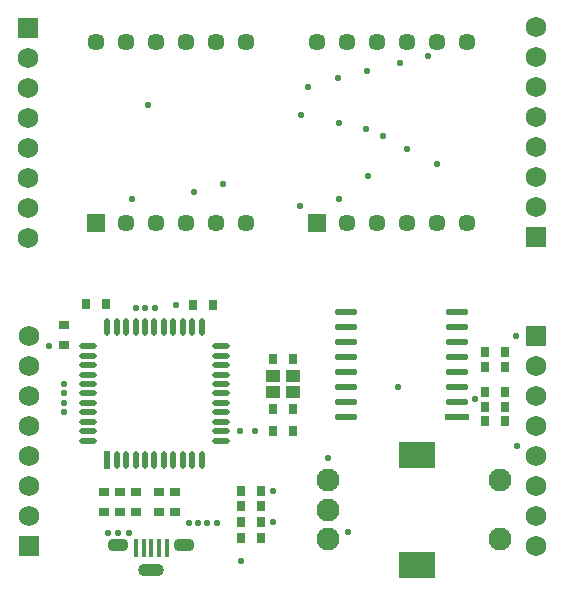
<source format=gts>
%FSLAX33Y33*%
%MOMM*%
%AMRR-H1100000-W1800000-R550000-RO0.000*
21,1,0.7,1.1,0.,0.,360*
1,1,1.1,-0.35,0.*
1,1,1.1,0.35,0.*
1,1,1.1,0.35,-0.*
1,1,1.1,-0.35,0.*%
%AMRR-H1100000-W2200000-R550000-RO0.000*
21,1,1.1,1.1,0.,0.,360*
1,1,1.1,-0.55,0.*
1,1,1.1,0.55,0.*
1,1,1.1,0.55,-0.*
1,1,1.1,-0.55,0.*%
%AMRect-W670710-H870710-RO0.500*
21,1,0.67071,0.87071,0.,0.,270*%
%AMRect-W670710-H870710-RO1.500*
21,1,0.67071,0.87071,0.,0.,90*%
%AMRect-W670710-H870710-RO1.000*
21,1,0.67071,0.87071,0.,0.,180*%
%AMRect-W1980000-H530000-RO1.000*
21,1,1.98,0.53,0.,0.,180*%
%AMRR-H530000-W1980000-R265000-RO1.000*
21,1,1.45,0.53,0.,0.,180*
1,1,0.53,0.725,-0.*
1,1,0.53,-0.725,-0.*
1,1,0.53,-0.725,0.*
1,1,0.53,0.725,0.*%
%AMRect-W1488281-H525831-RO1.500*
21,1,1.488281,0.525831,0.,0.,90*%
%AMRR-H525831-W1488281-R262915-RO1.500*
21,1,0.962451,0.525831,0.,0.,90*
21,1,1.488281,0.000001,0.,0.,90*
1,1,0.52583,-0.0000005,-0.4812255*
1,1,0.52583,-0.0000005,0.4812255*
1,1,0.52583,0.0000005,0.4812255*
1,1,0.52583,0.0000005,-0.4812255*%
%AMRR-H1488281-W525831-R262915-RO1.500*
21,1,0.000001,1.488281,0.,0.,90*
21,1,0.525831,0.962451,0.,0.,90*
1,1,0.52583,-0.4812255,-0.0000005*
1,1,0.52583,-0.4812255,0.0000005*
1,1,0.52583,0.4812255,0.0000005*
1,1,0.52583,0.4812255,-0.0000005*%
%AMRect-W2200000-H3000000-RO0.500*
21,1,2.2,3.,0.,0.,270*%
%AMRect-W1750000-H1750000-RO1.000*
21,1,1.75,1.75,0.,0.,180*%
%AMRect-W1450000-H1450000-RO1.500*
21,1,1.45,1.45,0.,0.,90*%
%ADD10C,0.5588*%
%ADD11R,0.67071X0.87071*%
%ADD12R,0.45X1.5*%
%ADD13RR-H1100000-W1800000-R550000-RO0.000*%
%ADD14RR-H1100000-W2200000-R550000-RO0.000*%
%ADD15Rect-W670710-H870710-RO0.500*%
%ADD16Rect-W670710-H870710-RO1.500*%
%ADD17R,1.75X1.75*%
%ADD18C,1.75*%
%ADD19Rect-W670710-H870710-RO1.000*%
%ADD20Rect-W1980000-H530000-RO1.000*%
%ADD21RR-H530000-W1980000-R265000-RO1.000*%
%ADD22Rect-W1488281-H525831-RO1.500*%
%ADD23RR-H525831-W1488281-R262915-RO1.500*%
%ADD24RR-H1488281-W525831-R262915-RO1.500*%
%ADD25C,1.949999*%
%ADD26Rect-W2200000-H3000000-RO0.500*%
%ADD27C,1.75*%
%ADD28Rect-W1750000-H1750000-RO1.000*%
%ADD29R,1.2X1.*%
%ADD30C,1.45*%
%ADD31Rect-W1450000-H1450000-RO1.500*%
D10*
%LNtop solder mask_traces*%
G01*
X6520Y14940D03*
X32250Y34950D03*
X37325Y45105D03*
X11095Y4725D03*
X26565Y40075D03*
X17475Y33590D03*
X22668Y13355D03*
X27165Y42455D03*
X21450Y2350D03*
X13360Y23750D03*
X44750Y21390D03*
X34975Y44505D03*
X34800Y17085D03*
X44844Y12078D03*
X21440Y13355D03*
X5237Y20540D03*
X18650Y5581D03*
X35535Y37250D03*
X38075Y35975D03*
X6520Y17340D03*
X32075Y38950D03*
X19427Y5581D03*
X12300Y33000D03*
X17822Y5600D03*
X6520Y16540D03*
X13650Y41000D03*
X30575Y4800D03*
X29800Y39450D03*
X12560Y23750D03*
X28885Y11100D03*
X33550Y38350D03*
X16023Y24050D03*
X14192Y23750D03*
X20000Y34240D03*
X29810Y33025D03*
X32165Y43850D03*
X41300Y16100D03*
X29695Y43205D03*
X11995Y4725D03*
X24191Y5644D03*
X24191Y8300D03*
X10195Y4725D03*
X6520Y15740D03*
X17045Y5581D03*
X26505Y32380D03*
%LNtop solder mask component b91ffdef01e00872*%
D11*
X42175Y14169D03*
X43875Y14169D03*
%LNtop solder mask component 9fdb64bbcfd9a77c*%
D12*
X12595Y3475D03*
X13245Y3475D03*
X15195Y3475D03*
X13895Y3475D03*
X14545Y3475D03*
D13*
X11095Y3725D03*
D14*
X13895Y1575D03*
D13*
X16695Y3725D03*
%LNtop solder mask component 84cf0bd8b20b0987*%
D15*
X6520Y22312D03*
X6520Y20612D03*
%LNtop solder mask component ec25ffb4a5f22221*%
D11*
X21450Y4300D03*
X23150Y4300D03*
%LNtop solder mask component ddd6a926bc8c1dc3*%
D16*
X12585Y6500D03*
X12585Y8200D03*
%LNtop solder mask component bca8d065b4743895*%
D17*
X3500Y3610D03*
D18*
X3500Y6150D03*
X3500Y8690D03*
X3500Y11230D03*
X3500Y13770D03*
X3500Y16310D03*
X3500Y18850D03*
X3500Y21390D03*
%LNtop solder mask component fce28939f63c5dc8*%
D19*
X10088Y24075D03*
X8388Y24075D03*
%LNtop solder mask component 8c92817f578251b9*%
D16*
X14580Y6500D03*
X14580Y8200D03*
%LNtop solder mask component d2a4fe636fd95985*%
D11*
X21450Y5644D03*
X23150Y5644D03*
%LNtop solder mask component abbcac8aa2df2ad2*%
D17*
X46460Y29770D03*
D18*
X46460Y32310D03*
X46460Y34850D03*
X46460Y37390D03*
X46460Y39930D03*
X46460Y42470D03*
X46460Y45010D03*
X46460Y47550D03*
%LNtop solder mask component 51ec350bf9d700a2*%
D11*
X24170Y15233D03*
X25870Y15233D03*
%LNtop solder mask component 1511dc9a44b694e0*%
X21450Y6976D03*
X23150Y6976D03*
%LNtop solder mask component 12e2b8e352b79090*%
D19*
X25870Y19435D03*
X24170Y19435D03*
%LNtop solder mask component 3ba8622ba2662513*%
D11*
X42175Y18754D03*
X43875Y18754D03*
%LNtop solder mask component e813251b1ef1d0c8*%
D20*
X39745Y14545D03*
D21*
X39745Y15815D03*
X39745Y17085D03*
X39745Y18355D03*
X39745Y19625D03*
X39745Y20895D03*
X39745Y22165D03*
X39745Y23435D03*
X30375Y23435D03*
X30375Y22165D03*
X30375Y20895D03*
X30375Y19625D03*
X30375Y18355D03*
X30375Y17085D03*
X30375Y15815D03*
X30375Y14545D03*
%LNtop solder mask component 2d768b8b602cab3a*%
D16*
X15932Y6500D03*
X15932Y8200D03*
%LNtop solder mask component 48381ae9b0a13e44*%
D19*
X25891Y13355D03*
X24191Y13355D03*
%LNtop solder mask component 23b1068e5906a491*%
X19132Y24050D03*
X17432Y24050D03*
%LNtop solder mask component 7822d83bbbda28c0*%
D22*
X10160Y10899D03*
D23*
X10960Y10899D03*
X11760Y10899D03*
X12560Y10899D03*
X13360Y10899D03*
X14160Y10899D03*
X14960Y10899D03*
X15760Y10899D03*
X16560Y10899D03*
X17360Y10899D03*
X18160Y10899D03*
X18160Y22181D03*
X17360Y22181D03*
X16560Y22181D03*
X15760Y22181D03*
X14960Y22181D03*
X14160Y22181D03*
X13360Y22181D03*
X12560Y22181D03*
X11760Y22181D03*
X10960Y22181D03*
X10160Y22181D03*
D24*
X19801Y12540D03*
X19801Y13340D03*
X19801Y14140D03*
X19801Y14940D03*
X19801Y15740D03*
X19801Y16540D03*
X19801Y17340D03*
X19801Y18140D03*
X19801Y18940D03*
X19801Y19740D03*
X19801Y20540D03*
X8519Y20540D03*
X8519Y19740D03*
X8519Y18940D03*
X8519Y18140D03*
X8519Y17340D03*
X8519Y16540D03*
X8519Y15740D03*
X8519Y14940D03*
X8519Y14140D03*
X8519Y13340D03*
X8519Y12540D03*
%LNtop solder mask component 7a9cd340cbf98a30*%
D25*
X28885Y9190D03*
X28885Y6690D03*
X28885Y4190D03*
X43385Y9190D03*
X43385Y4190D03*
D26*
X36385Y11340D03*
X36385Y2040D03*
%LNtop solder mask component 3c27278c148a2f04*%
D19*
X43875Y16650D03*
X42175Y16650D03*
%LNtop solder mask component c71e0ad25ac2378d*%
D27*
X3460Y44910D03*
X3460Y42370D03*
X3460Y39830D03*
X3460Y37290D03*
X3460Y34750D03*
X3460Y32210D03*
X3460Y29670D03*
D28*
X3460Y47450D03*
%LNtop solder mask component 5766e69468e6c804*%
D11*
X42175Y20024D03*
X43875Y20024D03*
%LNtop solder mask component 0f1de3bf73c6ccd1*%
X21450Y8300D03*
X23150Y8300D03*
%LNtop solder mask component b727e9ed986f8142*%
D29*
X24170Y16700D03*
X25870Y16700D03*
X25870Y18000D03*
X24170Y18000D03*
%LNtop solder mask component b3b1496daab2cd3d*%
D11*
X42175Y15380D03*
X43875Y15380D03*
%LNtop solder mask component 12bee7e14ac3c08e*%
D27*
X46500Y18850D03*
X46500Y16310D03*
X46500Y13770D03*
X46500Y11230D03*
X46500Y8690D03*
X46500Y6150D03*
X46500Y3610D03*
D28*
X46500Y21390D03*
%LNtop solder mask component ee30c7fa9c17aba8*%
D16*
X9897Y6500D03*
X9897Y8200D03*
%LNtop solder mask component 4bf68f377a3ec8f9*%
X11259Y6500D03*
X11259Y8200D03*
%LNtop solder mask component a433c07c415dc932*%
D30*
X32995Y30970D03*
X38075Y30970D03*
X40615Y46270D03*
X35535Y46270D03*
X30455Y46270D03*
X30455Y30970D03*
X35535Y30970D03*
X40615Y30970D03*
X38075Y46270D03*
X32995Y46270D03*
X27915Y46270D03*
D31*
X27915Y30970D03*
%LNtop solder mask component ec5ddc3e9c6c7b47*%
D30*
X14295Y30970D03*
X19375Y30970D03*
X21915Y46270D03*
X16835Y46270D03*
X11755Y46270D03*
X11755Y30970D03*
X16835Y30970D03*
X21915Y30970D03*
X19375Y46270D03*
X14295Y46270D03*
X9215Y46270D03*
D31*
X9215Y30970D03*
M02*
</source>
